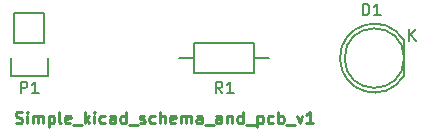
<source format=gto>
G04 #@! TF.FileFunction,Legend,Top*
%FSLAX46Y46*%
G04 Gerber Fmt 4.6, Leading zero omitted, Abs format (unit mm)*
G04 Created by KiCad (PCBNEW 4.0.1-stable) date Lördag 02 Januari 2016 23:15:41*
%MOMM*%
G01*
G04 APERTURE LIST*
%ADD10C,0.100000*%
%ADD11C,0.250000*%
%ADD12C,0.150000*%
G04 APERTURE END LIST*
D10*
D11*
X106784761Y-94384762D02*
X106927618Y-94432381D01*
X107165714Y-94432381D01*
X107260952Y-94384762D01*
X107308571Y-94337143D01*
X107356190Y-94241905D01*
X107356190Y-94146667D01*
X107308571Y-94051429D01*
X107260952Y-94003810D01*
X107165714Y-93956190D01*
X106975237Y-93908571D01*
X106879999Y-93860952D01*
X106832380Y-93813333D01*
X106784761Y-93718095D01*
X106784761Y-93622857D01*
X106832380Y-93527619D01*
X106879999Y-93480000D01*
X106975237Y-93432381D01*
X107213333Y-93432381D01*
X107356190Y-93480000D01*
X107784761Y-94432381D02*
X107784761Y-93765714D01*
X107784761Y-93432381D02*
X107737142Y-93480000D01*
X107784761Y-93527619D01*
X107832380Y-93480000D01*
X107784761Y-93432381D01*
X107784761Y-93527619D01*
X108260951Y-94432381D02*
X108260951Y-93765714D01*
X108260951Y-93860952D02*
X108308570Y-93813333D01*
X108403808Y-93765714D01*
X108546666Y-93765714D01*
X108641904Y-93813333D01*
X108689523Y-93908571D01*
X108689523Y-94432381D01*
X108689523Y-93908571D02*
X108737142Y-93813333D01*
X108832380Y-93765714D01*
X108975237Y-93765714D01*
X109070475Y-93813333D01*
X109118094Y-93908571D01*
X109118094Y-94432381D01*
X109594284Y-93765714D02*
X109594284Y-94765714D01*
X109594284Y-93813333D02*
X109689522Y-93765714D01*
X109879999Y-93765714D01*
X109975237Y-93813333D01*
X110022856Y-93860952D01*
X110070475Y-93956190D01*
X110070475Y-94241905D01*
X110022856Y-94337143D01*
X109975237Y-94384762D01*
X109879999Y-94432381D01*
X109689522Y-94432381D01*
X109594284Y-94384762D01*
X110641903Y-94432381D02*
X110546665Y-94384762D01*
X110499046Y-94289524D01*
X110499046Y-93432381D01*
X111403809Y-94384762D02*
X111308571Y-94432381D01*
X111118094Y-94432381D01*
X111022856Y-94384762D01*
X110975237Y-94289524D01*
X110975237Y-93908571D01*
X111022856Y-93813333D01*
X111118094Y-93765714D01*
X111308571Y-93765714D01*
X111403809Y-93813333D01*
X111451428Y-93908571D01*
X111451428Y-94003810D01*
X110975237Y-94099048D01*
X111641904Y-94527619D02*
X112403809Y-94527619D01*
X112641904Y-94432381D02*
X112641904Y-93432381D01*
X112737142Y-94051429D02*
X113022857Y-94432381D01*
X113022857Y-93765714D02*
X112641904Y-94146667D01*
X113451428Y-94432381D02*
X113451428Y-93765714D01*
X113451428Y-93432381D02*
X113403809Y-93480000D01*
X113451428Y-93527619D01*
X113499047Y-93480000D01*
X113451428Y-93432381D01*
X113451428Y-93527619D01*
X114356190Y-94384762D02*
X114260952Y-94432381D01*
X114070475Y-94432381D01*
X113975237Y-94384762D01*
X113927618Y-94337143D01*
X113879999Y-94241905D01*
X113879999Y-93956190D01*
X113927618Y-93860952D01*
X113975237Y-93813333D01*
X114070475Y-93765714D01*
X114260952Y-93765714D01*
X114356190Y-93813333D01*
X115213333Y-94432381D02*
X115213333Y-93908571D01*
X115165714Y-93813333D01*
X115070476Y-93765714D01*
X114879999Y-93765714D01*
X114784761Y-93813333D01*
X115213333Y-94384762D02*
X115118095Y-94432381D01*
X114879999Y-94432381D01*
X114784761Y-94384762D01*
X114737142Y-94289524D01*
X114737142Y-94194286D01*
X114784761Y-94099048D01*
X114879999Y-94051429D01*
X115118095Y-94051429D01*
X115213333Y-94003810D01*
X116118095Y-94432381D02*
X116118095Y-93432381D01*
X116118095Y-94384762D02*
X116022857Y-94432381D01*
X115832380Y-94432381D01*
X115737142Y-94384762D01*
X115689523Y-94337143D01*
X115641904Y-94241905D01*
X115641904Y-93956190D01*
X115689523Y-93860952D01*
X115737142Y-93813333D01*
X115832380Y-93765714D01*
X116022857Y-93765714D01*
X116118095Y-93813333D01*
X116356190Y-94527619D02*
X117118095Y-94527619D01*
X117308571Y-94384762D02*
X117403809Y-94432381D01*
X117594285Y-94432381D01*
X117689524Y-94384762D01*
X117737143Y-94289524D01*
X117737143Y-94241905D01*
X117689524Y-94146667D01*
X117594285Y-94099048D01*
X117451428Y-94099048D01*
X117356190Y-94051429D01*
X117308571Y-93956190D01*
X117308571Y-93908571D01*
X117356190Y-93813333D01*
X117451428Y-93765714D01*
X117594285Y-93765714D01*
X117689524Y-93813333D01*
X118594286Y-94384762D02*
X118499048Y-94432381D01*
X118308571Y-94432381D01*
X118213333Y-94384762D01*
X118165714Y-94337143D01*
X118118095Y-94241905D01*
X118118095Y-93956190D01*
X118165714Y-93860952D01*
X118213333Y-93813333D01*
X118308571Y-93765714D01*
X118499048Y-93765714D01*
X118594286Y-93813333D01*
X119022857Y-94432381D02*
X119022857Y-93432381D01*
X119451429Y-94432381D02*
X119451429Y-93908571D01*
X119403810Y-93813333D01*
X119308572Y-93765714D01*
X119165714Y-93765714D01*
X119070476Y-93813333D01*
X119022857Y-93860952D01*
X120308572Y-94384762D02*
X120213334Y-94432381D01*
X120022857Y-94432381D01*
X119927619Y-94384762D01*
X119880000Y-94289524D01*
X119880000Y-93908571D01*
X119927619Y-93813333D01*
X120022857Y-93765714D01*
X120213334Y-93765714D01*
X120308572Y-93813333D01*
X120356191Y-93908571D01*
X120356191Y-94003810D01*
X119880000Y-94099048D01*
X120784762Y-94432381D02*
X120784762Y-93765714D01*
X120784762Y-93860952D02*
X120832381Y-93813333D01*
X120927619Y-93765714D01*
X121070477Y-93765714D01*
X121165715Y-93813333D01*
X121213334Y-93908571D01*
X121213334Y-94432381D01*
X121213334Y-93908571D02*
X121260953Y-93813333D01*
X121356191Y-93765714D01*
X121499048Y-93765714D01*
X121594286Y-93813333D01*
X121641905Y-93908571D01*
X121641905Y-94432381D01*
X122546667Y-94432381D02*
X122546667Y-93908571D01*
X122499048Y-93813333D01*
X122403810Y-93765714D01*
X122213333Y-93765714D01*
X122118095Y-93813333D01*
X122546667Y-94384762D02*
X122451429Y-94432381D01*
X122213333Y-94432381D01*
X122118095Y-94384762D01*
X122070476Y-94289524D01*
X122070476Y-94194286D01*
X122118095Y-94099048D01*
X122213333Y-94051429D01*
X122451429Y-94051429D01*
X122546667Y-94003810D01*
X122784762Y-94527619D02*
X123546667Y-94527619D01*
X124213334Y-94432381D02*
X124213334Y-93908571D01*
X124165715Y-93813333D01*
X124070477Y-93765714D01*
X123880000Y-93765714D01*
X123784762Y-93813333D01*
X124213334Y-94384762D02*
X124118096Y-94432381D01*
X123880000Y-94432381D01*
X123784762Y-94384762D01*
X123737143Y-94289524D01*
X123737143Y-94194286D01*
X123784762Y-94099048D01*
X123880000Y-94051429D01*
X124118096Y-94051429D01*
X124213334Y-94003810D01*
X124689524Y-93765714D02*
X124689524Y-94432381D01*
X124689524Y-93860952D02*
X124737143Y-93813333D01*
X124832381Y-93765714D01*
X124975239Y-93765714D01*
X125070477Y-93813333D01*
X125118096Y-93908571D01*
X125118096Y-94432381D01*
X126022858Y-94432381D02*
X126022858Y-93432381D01*
X126022858Y-94384762D02*
X125927620Y-94432381D01*
X125737143Y-94432381D01*
X125641905Y-94384762D01*
X125594286Y-94337143D01*
X125546667Y-94241905D01*
X125546667Y-93956190D01*
X125594286Y-93860952D01*
X125641905Y-93813333D01*
X125737143Y-93765714D01*
X125927620Y-93765714D01*
X126022858Y-93813333D01*
X126260953Y-94527619D02*
X127022858Y-94527619D01*
X127260953Y-93765714D02*
X127260953Y-94765714D01*
X127260953Y-93813333D02*
X127356191Y-93765714D01*
X127546668Y-93765714D01*
X127641906Y-93813333D01*
X127689525Y-93860952D01*
X127737144Y-93956190D01*
X127737144Y-94241905D01*
X127689525Y-94337143D01*
X127641906Y-94384762D01*
X127546668Y-94432381D01*
X127356191Y-94432381D01*
X127260953Y-94384762D01*
X128594287Y-94384762D02*
X128499049Y-94432381D01*
X128308572Y-94432381D01*
X128213334Y-94384762D01*
X128165715Y-94337143D01*
X128118096Y-94241905D01*
X128118096Y-93956190D01*
X128165715Y-93860952D01*
X128213334Y-93813333D01*
X128308572Y-93765714D01*
X128499049Y-93765714D01*
X128594287Y-93813333D01*
X129022858Y-94432381D02*
X129022858Y-93432381D01*
X129022858Y-93813333D02*
X129118096Y-93765714D01*
X129308573Y-93765714D01*
X129403811Y-93813333D01*
X129451430Y-93860952D01*
X129499049Y-93956190D01*
X129499049Y-94241905D01*
X129451430Y-94337143D01*
X129403811Y-94384762D01*
X129308573Y-94432381D01*
X129118096Y-94432381D01*
X129022858Y-94384762D01*
X129689525Y-94527619D02*
X130451430Y-94527619D01*
X130594287Y-93765714D02*
X130832382Y-94432381D01*
X131070478Y-93765714D01*
X131975240Y-94432381D02*
X131403811Y-94432381D01*
X131689525Y-94432381D02*
X131689525Y-93432381D01*
X131594287Y-93575238D01*
X131499049Y-93670476D01*
X131403811Y-93718095D01*
D12*
X139644888Y-87375096D02*
G75*
G03X139660000Y-90400000I-2484888J-1524904D01*
G01*
X139660000Y-87400000D02*
X139660000Y-90400000D01*
X139677936Y-88900000D02*
G75*
G03X139677936Y-88900000I-2517936J0D01*
G01*
X106680000Y-87630000D02*
X106680000Y-85090000D01*
X106400000Y-90450000D02*
X106400000Y-88900000D01*
X106680000Y-87630000D02*
X109220000Y-87630000D01*
X109500000Y-88900000D02*
X109500000Y-90450000D01*
X109500000Y-90450000D02*
X106400000Y-90450000D01*
X109220000Y-87630000D02*
X109220000Y-85090000D01*
X109220000Y-85090000D02*
X106680000Y-85090000D01*
X127000000Y-90170000D02*
X121920000Y-90170000D01*
X121920000Y-90170000D02*
X121920000Y-87630000D01*
X121920000Y-87630000D02*
X127000000Y-87630000D01*
X127000000Y-87630000D02*
X127000000Y-90170000D01*
X127000000Y-88900000D02*
X128270000Y-88900000D01*
X121920000Y-88900000D02*
X120650000Y-88900000D01*
X136167905Y-85288381D02*
X136167905Y-84288381D01*
X136406000Y-84288381D01*
X136548858Y-84336000D01*
X136644096Y-84431238D01*
X136691715Y-84526476D01*
X136739334Y-84716952D01*
X136739334Y-84859810D01*
X136691715Y-85050286D01*
X136644096Y-85145524D01*
X136548858Y-85240762D01*
X136406000Y-85288381D01*
X136167905Y-85288381D01*
X137691715Y-85288381D02*
X137120286Y-85288381D01*
X137406000Y-85288381D02*
X137406000Y-84288381D01*
X137310762Y-84431238D01*
X137215524Y-84526476D01*
X137120286Y-84574095D01*
X140073095Y-87447381D02*
X140073095Y-86447381D01*
X140644524Y-87447381D02*
X140215952Y-86875952D01*
X140644524Y-86447381D02*
X140073095Y-87018810D01*
X107211905Y-91892381D02*
X107211905Y-90892381D01*
X107592858Y-90892381D01*
X107688096Y-90940000D01*
X107735715Y-90987619D01*
X107783334Y-91082857D01*
X107783334Y-91225714D01*
X107735715Y-91320952D01*
X107688096Y-91368571D01*
X107592858Y-91416190D01*
X107211905Y-91416190D01*
X108735715Y-91892381D02*
X108164286Y-91892381D01*
X108450000Y-91892381D02*
X108450000Y-90892381D01*
X108354762Y-91035238D01*
X108259524Y-91130476D01*
X108164286Y-91178095D01*
X124293334Y-91892381D02*
X123960000Y-91416190D01*
X123721905Y-91892381D02*
X123721905Y-90892381D01*
X124102858Y-90892381D01*
X124198096Y-90940000D01*
X124245715Y-90987619D01*
X124293334Y-91082857D01*
X124293334Y-91225714D01*
X124245715Y-91320952D01*
X124198096Y-91368571D01*
X124102858Y-91416190D01*
X123721905Y-91416190D01*
X125245715Y-91892381D02*
X124674286Y-91892381D01*
X124960000Y-91892381D02*
X124960000Y-90892381D01*
X124864762Y-91035238D01*
X124769524Y-91130476D01*
X124674286Y-91178095D01*
M02*

</source>
